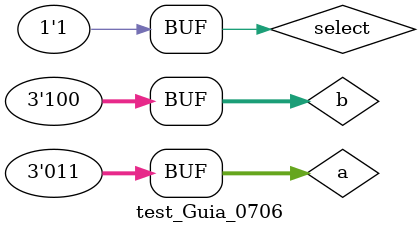
<source format=v>
/*
 Guia_0706.v
 0860668 - Ana Clara Lonczynski
*/

module Guia_0706 (output result, input [2:0] a, input [2:0] b, input select);

// Fios intermediários para as operações XOR (diferente) e XNOR (igual)
wire [2:0] xor_result;
wire [2:0] xnor_result;

// Operações XOR e XNOR
assign xor_result = a ^ b;    // Diferença (diferente)
assign xnor_result = ~(a ^ b); // Igualdade (igual)

// Comparação final - XOR (1) ou XNOR (0), baseado na seleção
assign result = (select) ? |xor_result : &xnor_result;

endmodule

// Módulo de teste
module test_Guia_0706;

reg [2:0] a, b;
reg select;
wire result;

// Instanciando o módulo principal
Guia_0706 comparator (result, a, b, select);

// Início dos testes
initial begin
    $display("Guia_0706 - Testes da Unidade Lógica Comparadora");
    $display("a   b   select | Result");
    $monitor("%b %b    %b     |   %b", a, b, select, result);

    // Testando igualdade (select = 0, usando XNOR)
    a = 3'b000; b = 3'b000; select = 0; #10; // Igual
    a = 3'b101; b = 3'b101; select = 0; #10; // Igual
    a = 3'b111; b = 3'b111; select = 0; #10; // Igual
    a = 3'b110; b = 3'b011; select = 0; #10; // Diferente

    // Testando desigualdade (select = 1, usando XOR)
    a = 3'b000; b = 3'b000; select = 1; #10; // Igual
    a = 3'b101; b = 3'b111; select = 1; #10; // Diferente
    a = 3'b001; b = 3'b001; select = 1; #10; // Igual
    a = 3'b011; b = 3'b100; select = 1; #10; // Diferente
end

endmodule

</source>
